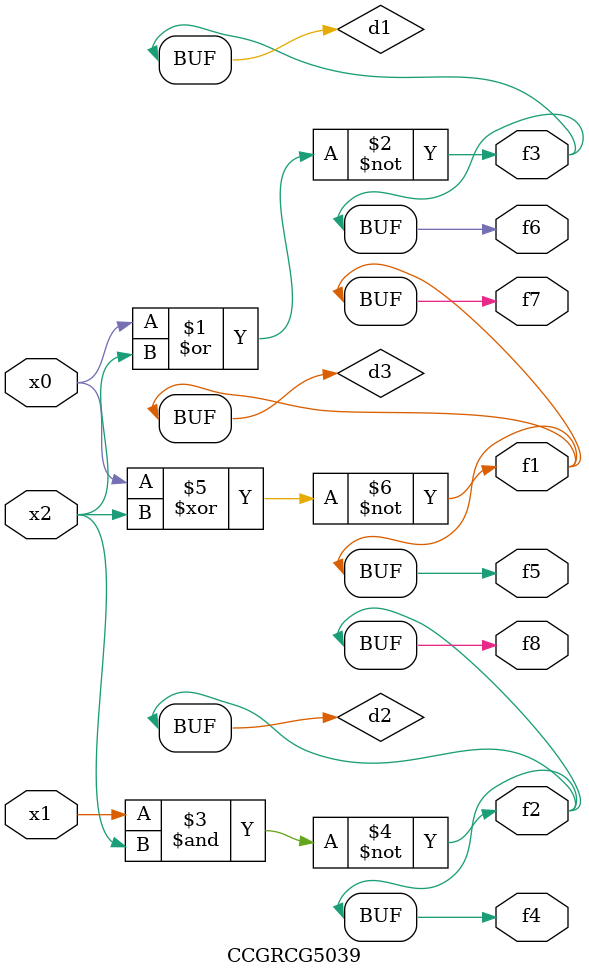
<source format=v>
module CCGRCG5039(
	input x0, x1, x2,
	output f1, f2, f3, f4, f5, f6, f7, f8
);

	wire d1, d2, d3;

	nor (d1, x0, x2);
	nand (d2, x1, x2);
	xnor (d3, x0, x2);
	assign f1 = d3;
	assign f2 = d2;
	assign f3 = d1;
	assign f4 = d2;
	assign f5 = d3;
	assign f6 = d1;
	assign f7 = d3;
	assign f8 = d2;
endmodule

</source>
